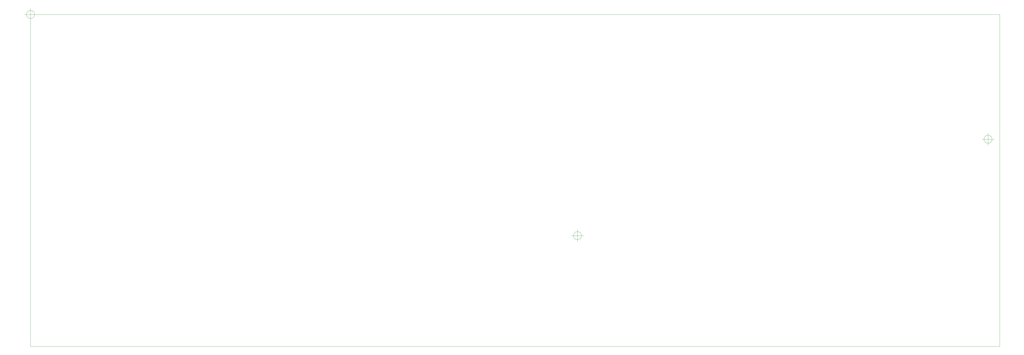
<source format=gbr>
G04 #@! TF.GenerationSoftware,KiCad,Pcbnew,8.0.5*
G04 #@! TF.CreationDate,2025-02-16T01:19:10-05:00*
G04 #@! TF.ProjectId,C128A - BASE,43313238-4120-42d2-9042-4153452e6b69,rev?*
G04 #@! TF.SameCoordinates,Original*
G04 #@! TF.FileFunction,Profile,NP*
%FSLAX46Y46*%
G04 Gerber Fmt 4.6, Leading zero omitted, Abs format (unit mm)*
G04 Created by KiCad (PCBNEW 8.0.5) date 2025-02-16 01:19:10*
%MOMM*%
%LPD*%
G01*
G04 APERTURE LIST*
G04 #@! TA.AperFunction,Profile*
%ADD10C,0.050000*%
G04 #@! TD*
G04 APERTURE END LIST*
D10*
X63500000Y-203200000D02*
X63500000Y-340995000D01*
X464820000Y-340995000D02*
X464820000Y-203200000D01*
X464820000Y-203200000D02*
X63500000Y-203200000D01*
X63500000Y-340995000D02*
X464820000Y-340995000D01*
X461666666Y-255000000D02*
G75*
G02*
X458333334Y-255000000I-1666666J0D01*
G01*
X458333334Y-255000000D02*
G75*
G02*
X461666666Y-255000000I1666666J0D01*
G01*
X457500000Y-255000000D02*
X462500000Y-255000000D01*
X460000000Y-252500000D02*
X460000000Y-257500000D01*
X291666666Y-295000000D02*
G75*
G02*
X288333334Y-295000000I-1666666J0D01*
G01*
X288333334Y-295000000D02*
G75*
G02*
X291666666Y-295000000I1666666J0D01*
G01*
X287500000Y-295000000D02*
X292500000Y-295000000D01*
X290000000Y-292500000D02*
X290000000Y-297500000D01*
X65166666Y-203200000D02*
G75*
G02*
X61833334Y-203200000I-1666666J0D01*
G01*
X61833334Y-203200000D02*
G75*
G02*
X65166666Y-203200000I1666666J0D01*
G01*
X61000000Y-203200000D02*
X66000000Y-203200000D01*
X63500000Y-200700000D02*
X63500000Y-205700000D01*
M02*

</source>
